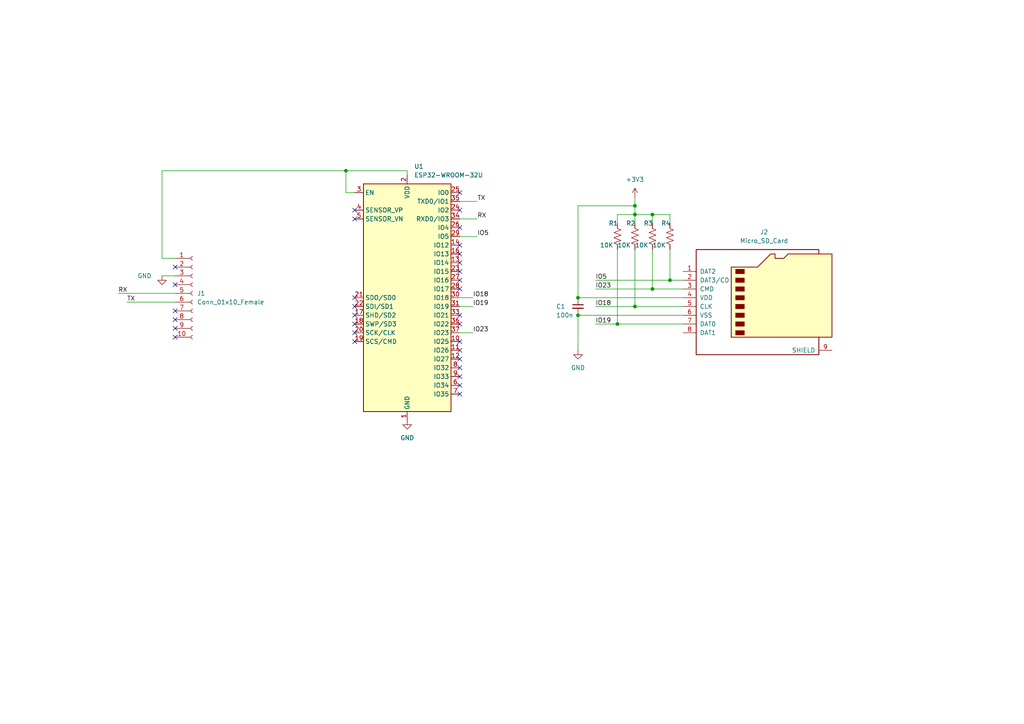
<source format=kicad_sch>
(kicad_sch (version 20211123) (generator eeschema)
  (paper "A4")
  (lib_symbols
    (symbol "Connector:Conn_01x10_Female" (pin_names (offset 1.016) hide)
      (property "Reference" "J" (at 0 12.7 0))
      (property "Value" "Conn_01x10_Female" (at 0 -15.24 0))
      (symbol "Conn_01x10_Female_1_1"
        (arc (start 0 -12.192) (mid -0.508 -12.7) (end 0 -13.208) (stroke (width 0.1524)))
        (arc (start 0 -9.652) (mid -0.508 -10.16) (end 0 -10.668) (stroke (width 0.1524)))
        (arc (start 0 -7.112) (mid -0.508 -7.62) (end 0 -8.128) (stroke (width 0.1524)))
        (arc (start 0 -4.572) (mid -0.508 -5.08) (end 0 -5.588) (stroke (width 0.1524)))
        (arc (start 0 -2.032) (mid -0.508 -2.54) (end 0 -3.048) (stroke (width 0.1524)))
        (polyline (pts (xy -1.27 -12.7) (xy -0.508 -12.7)) (stroke (width 0.1524)))
        (polyline (pts (xy -1.27 -10.16) (xy -0.508 -10.16)) (stroke (width 0.1524)))
        (polyline (pts (xy -1.27 -7.62) (xy -0.508 -7.62)) (stroke (width 0.1524)))
        (polyline (pts (xy -1.27 -5.08) (xy -0.508 -5.08)) (stroke (width 0.1524)))
        (polyline (pts (xy -1.27 -2.54) (xy -0.508 -2.54)) (stroke (width 0.1524)))
        (polyline (pts (xy -1.27 0) (xy -0.508 0)) (stroke (width 0.1524)))
        (polyline (pts (xy -1.27 2.54) (xy -0.508 2.54)) (stroke (width 0.1524)))
        (polyline (pts (xy -1.27 5.08) (xy -0.508 5.08)) (stroke (width 0.1524)))
        (polyline (pts (xy -1.27 7.62) (xy -0.508 7.62)) (stroke (width 0.1524)))
        (polyline (pts (xy -1.27 10.16) (xy -0.508 10.16)) (stroke (width 0.1524)))
        (arc (start 0 0.508) (mid -0.508 0) (end 0 -0.508) (stroke (width 0.1524)))
        (arc (start 0 3.048) (mid -0.508 2.54) (end 0 2.032) (stroke (width 0.1524)))
        (arc (start 0 5.588) (mid -0.508 5.08) (end 0 4.572) (stroke (width 0.1524)))
        (arc (start 0 8.128) (mid -0.508 7.62) (end 0 7.112) (stroke (width 0.1524)))
        (arc (start 0 10.668) (mid -0.508 10.16) (end 0 9.652) (stroke (width 0.1524)))
        (pin passive line (at -5.08 10.16 0) (length 3.81) (name "Pin_1") (number "1"))
        (pin passive line (at -5.08 -12.7 0) (length 3.81) (name "Pin_10") (number "10"))
        (pin passive line (at -5.08 7.62 0) (length 3.81) (name "Pin_2") (number "2"))
        (pin passive line (at -5.08 5.08 0) (length 3.81) (name "Pin_3") (number "3"))
        (pin passive line (at -5.08 2.54 0) (length 3.81) (name "Pin_4") (number "4"))
        (pin passive line (at -5.08 0 0) (length 3.81) (name "Pin_5") (number "5"))
        (pin passive line (at -5.08 -2.54 0) (length 3.81) (name "Pin_6") (number "6"))
        (pin passive line (at -5.08 -5.08 0) (length 3.81) (name "Pin_7") (number "7"))
        (pin passive line (at -5.08 -7.62 0) (length 3.81) (name "Pin_8") (number "8"))
        (pin passive line (at -5.08 -10.16 0) (length 3.81) (name "Pin_9") (number "9"))
      )
    )
    (symbol "Connector:Micro_SD_Card" (pin_names (offset 1.016))
      (property "Reference" "J" (at -16.51 15.24 0))
      (property "Value" "Micro_SD_Card" (at 16.51 15.24 0))
      (symbol "Micro_SD_Card_0_1"
        (rectangle (start -7.62 -9.525) (end -5.08 -10.795) (fill (type outline)))
        (rectangle (start -7.62 -6.985) (end -5.08 -8.255) (fill (type outline)))
        (rectangle (start -7.62 -4.445) (end -5.08 -5.715) (fill (type outline)))
        (rectangle (start -7.62 -1.905) (end -5.08 -3.175) (fill (type outline)))
        (rectangle (start -7.62 0.635) (end -5.08 -0.635) (fill (type outline)))
        (rectangle (start -7.62 3.175) (end -5.08 1.905) (fill (type outline)))
        (rectangle (start -7.62 5.715) (end -5.08 4.445) (fill (type outline)))
        (rectangle (start -7.62 8.255) (end -5.08 6.985) (fill (type outline)))
        (polyline (pts (xy 16.51 12.7) (xy 16.51 13.97) (xy -19.05 13.97) (xy -19.05 -16.51) (xy 16.51 -16.51) (xy 16.51 -11.43)) (stroke (width 0.254)))
        (polyline (pts (xy -8.89 -11.43) (xy -8.89 8.89) (xy -1.27 8.89) (xy 2.54 12.7) (xy 3.81 12.7) (xy 3.81 11.43) (xy 6.35 11.43) (xy 7.62 12.7) (xy 20.32 12.7) (xy 20.32 -11.43) (xy -8.89 -11.43)) (stroke (width 0.254)) (fill (type background)))
      )
      (symbol "Micro_SD_Card_1_1"
        (pin bidirectional line (at -22.86 7.62 0) (length 3.81) (name "DAT2") (number "1"))
        (pin bidirectional line (at -22.86 5.08 0) (length 3.81) (name "DAT3/CD") (number "2"))
        (pin input line (at -22.86 2.54 0) (length 3.81) (name "CMD") (number "3"))
        (pin power_in line (at -22.86 0 0) (length 3.81) (name "VDD") (number "4"))
        (pin input line (at -22.86 -2.54 0) (length 3.81) (name "CLK") (number "5"))
        (pin power_in line (at -22.86 -5.08 0) (length 3.81) (name "VSS") (number "6"))
        (pin bidirectional line (at -22.86 -7.62 0) (length 3.81) (name "DAT0") (number "7"))
        (pin bidirectional line (at -22.86 -10.16 0) (length 3.81) (name "DAT1") (number "8"))
        (pin passive line (at 20.32 -15.24 180) (length 3.81) (name "SHIELD") (number "9"))
      )
    )
    (symbol "Device:C_Small" (pin_numbers hide) (pin_names (offset 0.254) hide)
      (property "Reference" "C" (at 0.254 1.778 0))
      (property "Value" "C_Small" (at 0.254 -2.032 0))
      (symbol "C_Small_0_1"
        (polyline (pts (xy -1.524 -0.508) (xy 1.524 -0.508)) (stroke (width 0.3302)))
        (polyline (pts (xy -1.524 0.508) (xy 1.524 0.508)) (stroke (width 0.3048)))
      )
      (symbol "C_Small_1_1"
        (pin passive line (at 0 2.54 270) (length 2.032) (name "~") (number "1"))
        (pin passive line (at 0 -2.54 90) (length 2.032) (name "~") (number "2"))
      )
    )
    (symbol "Device:R_US" (pin_numbers hide) (pin_names (offset 0))
      (property "Reference" "R" (at 2.54 0 90))
      (property "Value" "R_US" (at -2.54 0 90))
      (symbol "R_US_0_1"
        (polyline (pts (xy 0 -2.286) (xy 0 -2.54)))
        (polyline (pts (xy 0 2.286) (xy 0 2.54)))
        (polyline (pts (xy 0 -0.762) (xy 1.016 -1.143) (xy 0 -1.524) (xy -1.016 -1.905) (xy 0 -2.286)))
        (polyline (pts (xy 0 0.762) (xy 1.016 0.381) (xy 0 0) (xy -1.016 -0.381) (xy 0 -0.762)))
        (polyline (pts (xy 0 2.286) (xy 1.016 1.905) (xy 0 1.524) (xy -1.016 1.143) (xy 0 0.762)))
      )
      (symbol "R_US_1_1"
        (pin passive line (at 0 3.81 270) (length 1.27) (name "~") (number "1"))
        (pin passive line (at 0 -3.81 90) (length 1.27) (name "~") (number "2"))
      )
    )
    (symbol "RF_Module:ESP32-WROOM-32U"
      (property "Reference" "U" (at -12.7 34.29 0))
      (property "Value" "ESP32-WROOM-32U" (at 1.27 34.29 0))
      (symbol "ESP32-WROOM-32U_0_1"
        (rectangle (start -12.7 33.02) (end 12.7 -33.02) (stroke (width 0.254)) (fill (type background)))
      )
      (symbol "ESP32-WROOM-32U_1_1"
        (pin power_in line (at 0 -35.56 90) (length 2.54) (name "GND") (number "1"))
        (pin bidirectional line (at 15.24 -12.7 180) (length 2.54) (name "IO25") (number "10"))
        (pin bidirectional line (at 15.24 -15.24 180) (length 2.54) (name "IO26") (number "11"))
        (pin bidirectional line (at 15.24 -17.78 180) (length 2.54) (name "IO27") (number "12"))
        (pin bidirectional line (at 15.24 10.16 180) (length 2.54) (name "IO14") (number "13"))
        (pin bidirectional line (at 15.24 15.24 180) (length 2.54) (name "IO12") (number "14"))
        (pin passive line (at 0 -35.56 90) (length 2.54) hide (name "GND") (number "15"))
        (pin bidirectional line (at 15.24 12.7 180) (length 2.54) (name "IO13") (number "16"))
        (pin bidirectional line (at -15.24 -5.08 0) (length 2.54) (name "SHD/SD2") (number "17"))
        (pin bidirectional line (at -15.24 -7.62 0) (length 2.54) (name "SWP/SD3") (number "18"))
        (pin bidirectional line (at -15.24 -12.7 0) (length 2.54) (name "SCS/CMD") (number "19"))
        (pin power_in line (at 0 35.56 270) (length 2.54) (name "VDD") (number "2"))
        (pin bidirectional line (at -15.24 -10.16 0) (length 2.54) (name "SCK/CLK") (number "20"))
        (pin bidirectional line (at -15.24 0 0) (length 2.54) (name "SDO/SD0") (number "21"))
        (pin bidirectional line (at -15.24 -2.54 0) (length 2.54) (name "SDI/SD1") (number "22"))
        (pin bidirectional line (at 15.24 7.62 180) (length 2.54) (name "IO15") (number "23"))
        (pin bidirectional line (at 15.24 25.4 180) (length 2.54) (name "IO2") (number "24"))
        (pin bidirectional line (at 15.24 30.48 180) (length 2.54) (name "IO0") (number "25"))
        (pin bidirectional line (at 15.24 20.32 180) (length 2.54) (name "IO4") (number "26"))
        (pin bidirectional line (at 15.24 5.08 180) (length 2.54) (name "IO16") (number "27"))
        (pin bidirectional line (at 15.24 2.54 180) (length 2.54) (name "IO17") (number "28"))
        (pin bidirectional line (at 15.24 17.78 180) (length 2.54) (name "IO5") (number "29"))
        (pin input line (at -15.24 30.48 0) (length 2.54) (name "EN") (number "3"))
        (pin bidirectional line (at 15.24 0 180) (length 2.54) (name "IO18") (number "30"))
        (pin bidirectional line (at 15.24 -2.54 180) (length 2.54) (name "IO19") (number "31"))
        (pin no_connect line (at -12.7 -27.94 0) (length 2.54) hide (name "NC") (number "32"))
        (pin bidirectional line (at 15.24 -5.08 180) (length 2.54) (name "IO21") (number "33"))
        (pin bidirectional line (at 15.24 22.86 180) (length 2.54) (name "RXD0/IO3") (number "34"))
        (pin bidirectional line (at 15.24 27.94 180) (length 2.54) (name "TXD0/IO1") (number "35"))
        (pin bidirectional line (at 15.24 -7.62 180) (length 2.54) (name "IO22") (number "36"))
        (pin bidirectional line (at 15.24 -10.16 180) (length 2.54) (name "IO23") (number "37"))
        (pin passive line (at 0 -35.56 90) (length 2.54) hide (name "GND") (number "38"))
        (pin passive line (at 0 -35.56 90) (length 2.54) hide (name "GND") (number "39"))
        (pin input line (at -15.24 25.4 0) (length 2.54) (name "SENSOR_VP") (number "4"))
        (pin input line (at -15.24 22.86 0) (length 2.54) (name "SENSOR_VN") (number "5"))
        (pin input line (at 15.24 -25.4 180) (length 2.54) (name "IO34") (number "6"))
        (pin input line (at 15.24 -27.94 180) (length 2.54) (name "IO35") (number "7"))
        (pin bidirectional line (at 15.24 -20.32 180) (length 2.54) (name "IO32") (number "8"))
        (pin bidirectional line (at 15.24 -22.86 180) (length 2.54) (name "IO33") (number "9"))
      )
    )
    (symbol "power:+3V3" (power) (pin_names (offset 0))
      (property "Value" "+3V3" (at 0 3.556 0))
      (symbol "+3V3_0_1"
        (polyline (pts (xy -0.762 1.27) (xy 0 2.54)))
        (polyline (pts (xy 0 0) (xy 0 2.54)))
        (polyline (pts (xy 0 2.54) (xy 0.762 1.27)))
      )
      (symbol "+3V3_1_1"
        (pin power_in line (at 0 0 90) (length 0) hide (name "+3V3") (number "1"))
      )
    )
    (symbol "power:GND" (power) (pin_names (offset 0))
      (property "Value" "GND" (at 0 -3.81 0))
      (symbol "GND_0_1"
        (polyline (pts (xy 0 0) (xy 0 -1.27) (xy 1.27 -1.27) (xy 0 -2.54) (xy -1.27 -1.27) (xy 0 -1.27)))
      )
      (symbol "GND_1_1"
        (pin power_in line (at 0 0 270) (length 0) hide (name "GND") (number "1"))
      )
    )
  )
  (junction (at 194.31 81.28))
  (junction (at 184.15 59.69))
  (junction (at 167.64 91.44))
  (junction (at 184.15 62.23))
  (junction (at 100.33 49.53))
  (junction (at 179.07 93.98))
  (junction (at 189.23 83.82))
  (junction (at 189.23 62.23))
  (junction (at 184.15 88.9))
  (junction (at 167.64 86.36))
  (no_connect (at 50.8 90.17))
  (no_connect (at 50.8 92.71))
  (no_connect (at 50.8 95.25))
  (no_connect (at 50.8 97.79))
  (no_connect (at 50.8 82.55))
  (no_connect (at 50.8 77.47))
  (no_connect (at 133.35 109.22))
  (no_connect (at 133.35 114.3))
  (no_connect (at 133.35 111.76))
  (no_connect (at 133.35 101.6))
  (no_connect (at 133.35 106.68))
  (no_connect (at 133.35 104.14))
  (no_connect (at 102.87 60.96))
  (no_connect (at 102.87 63.5))
  (no_connect (at 102.87 99.06))
  (no_connect (at 102.87 91.44))
  (no_connect (at 102.87 96.52))
  (no_connect (at 102.87 93.98))
  (no_connect (at 102.87 88.9))
  (no_connect (at 102.87 86.36))
  (no_connect (at 133.35 73.66))
  (no_connect (at 133.35 71.12))
  (no_connect (at 133.35 66.04))
  (no_connect (at 133.35 60.96))
  (no_connect (at 133.35 55.88))
  (no_connect (at 133.35 78.74))
  (no_connect (at 133.35 81.28))
  (no_connect (at 133.35 76.2))
  (no_connect (at 133.35 83.82))
  (no_connect (at 133.35 99.06))
  (no_connect (at 133.35 91.44))
  (no_connect (at 133.35 93.98))
  (wire (pts (xy 167.64 86.36) (xy 167.64 59.69)))
  (wire (pts (xy 133.35 63.5) (xy 138.43 63.5)))
  (wire (pts (xy 189.23 83.82) (xy 198.12 83.82)))
  (wire (pts (xy 194.31 81.28) (xy 198.12 81.28)))
  (wire (pts (xy 100.33 55.88) (xy 100.33 49.53)))
  (wire (pts (xy 189.23 64.77) (xy 189.23 62.23)))
  (wire (pts (xy 172.72 83.82) (xy 189.23 83.82)))
  (wire (pts (xy 137.16 86.36) (xy 133.35 86.36)))
  (wire (pts (xy 194.31 62.23) (xy 189.23 62.23)))
  (wire (pts (xy 198.12 91.44) (xy 167.64 91.44)))
  (wire (pts (xy 137.16 96.52) (xy 133.35 96.52)))
  (wire (pts (xy 118.11 49.53) (xy 118.11 50.8)))
  (wire (pts (xy 179.07 62.23) (xy 184.15 62.23)))
  (wire (pts (xy 189.23 72.39) (xy 189.23 83.82)))
  (wire (pts (xy 100.33 49.53) (xy 46.99 49.53)))
  (wire (pts (xy 184.15 62.23) (xy 189.23 62.23)))
  (wire (pts (xy 36.83 87.63) (xy 50.8 87.63)))
  (wire (pts (xy 184.15 59.69) (xy 184.15 62.23)))
  (wire (pts (xy 46.99 80.01) (xy 50.8 80.01)))
  (wire (pts (xy 179.07 72.39) (xy 179.07 93.98)))
  (wire (pts (xy 184.15 88.9) (xy 198.12 88.9)))
  (wire (pts (xy 133.35 58.42) (xy 138.43 58.42)))
  (wire (pts (xy 194.31 72.39) (xy 194.31 81.28)))
  (wire (pts (xy 167.64 91.44) (xy 167.64 101.6)))
  (wire (pts (xy 137.16 88.9) (xy 133.35 88.9)))
  (wire (pts (xy 102.87 55.88) (xy 100.33 55.88)))
  (wire (pts (xy 194.31 64.77) (xy 194.31 62.23)))
  (wire (pts (xy 172.72 93.98) (xy 179.07 93.98)))
  (wire (pts (xy 46.99 49.53) (xy 46.99 74.93)))
  (wire (pts (xy 172.72 81.28) (xy 194.31 81.28)))
  (wire (pts (xy 184.15 72.39) (xy 184.15 88.9)))
  (wire (pts (xy 34.29 85.09) (xy 50.8 85.09)))
  (wire (pts (xy 167.64 59.69) (xy 184.15 59.69)))
  (wire (pts (xy 179.07 93.98) (xy 198.12 93.98)))
  (wire (pts (xy 172.72 88.9) (xy 184.15 88.9)))
  (wire (pts (xy 138.43 68.58) (xy 133.35 68.58)))
  (wire (pts (xy 184.15 57.15) (xy 184.15 59.69)))
  (wire (pts (xy 184.15 62.23) (xy 184.15 64.77)))
  (wire (pts (xy 100.33 49.53) (xy 118.11 49.53)))
  (wire (pts (xy 198.12 86.36) (xy 167.64 86.36)))
  (wire (pts (xy 179.07 64.77) (xy 179.07 62.23)))
  (wire (pts (xy 46.99 74.93) (xy 50.8 74.93)))
  (label "TX" (at 36.83 87.63 0))
  (label "TX" (at 138.43 58.42 0))
  (label "IO23" (at 137.16 96.52 0))
  (label "RX" (at 138.43 63.5 0))
  (label "IO5" (at 138.43 68.58 0))
  (label "IO19" (at 137.16 88.9 0))
  (label "IO5" (at 172.72 81.28 0))
  (label "RX" (at 34.29 85.09 0))
  (label "IO19" (at 172.72 93.98 0))
  (label "IO18" (at 172.72 88.9 0))
  (label "IO18" (at 137.16 86.36 0))
  (label "IO23" (at 172.72 83.82 0))
  (symbol (lib_id "Device:R_US") (at 184.15 68.58 0) (unit 1)
    (property "Reference" "R2" (at 181.61 64.77 0) (effects (justify left)))
    (property "Value" "10K" (at 179.07 71.12 0) (effects (justify left)))
    (property "Footprint" "Resistor_SMD:R_0805_2012Metric" (effects hide))
  )
  (symbol (lib_id "Connector:Conn_01x10_Female") (at 55.88 85.09 0) (unit 1)
    (property "Reference" "J1" (at 57.15 85.0899 0) (effects (justify left)))
    (property "Value" "Conn_01x10_Female" (at 57.15 87.6299 0) (effects (justify left)))
    (property "Footprint" "Connector_PinHeader_1.27mm:PinHeader_1x10_P1.27mm_Vertical" (effects hide))
  )
  (symbol (lib_id "power:GND") (at 118.11 121.92 0) (unit 1)
    (property "Reference" "#PWR0102" (effects hide))
    (property "Value" "GND" (at 118.11 127 0))
  )
  (symbol (lib_id "RF_Module:ESP32-WROOM-32U") (at 118.11 86.36 0) (unit 1)
    (property "Reference" "U1" (at 120.1294 48.26 0) (effects (justify left)))
    (property "Value" "ESP32-WROOM-32U" (at 120.1294 50.8 0) (effects (justify left)))
    (property "Footprint" "RF_Module:ESP32-WROOM-32U" (effects hide))
    (property "Datasheet" "https://www.espressif.com/sites/default/files/documentation/esp32-wroom-32d_esp32-wroom-32u_datasheet_en.pdf" (effects hide))
  )
  (symbol (lib_id "power:+3V3") (at 184.15 57.15 0) (unit 1)
    (property "Reference" "#PWR0101" (effects hide))
    (property "Value" "+3V3" (at 184.15 52.07 0))
  )
  (symbol (lib_id "Device:R_US") (at 179.07 68.58 0) (unit 1)
    (property "Reference" "R1" (at 176.53 64.77 0) (effects (justify left)))
    (property "Value" "10K" (at 173.99 71.12 0) (effects (justify left)))
    (property "Footprint" "Resistor_SMD:R_0805_2012Metric" (effects hide))
  )
  (symbol (lib_id "Device:R_US") (at 194.31 68.58 0) (unit 1)
    (property "Reference" "R4" (at 191.77 64.77 0) (effects (justify left)))
    (property "Value" "10K" (at 189.23 71.12 0) (effects (justify left)))
    (property "Footprint" "Resistor_SMD:R_0805_2012Metric" (effects hide))
  )
  (symbol (lib_id "power:GND") (at 167.64 101.6 0) (unit 1)
    (property "Reference" "#PWR0103" (effects hide))
    (property "Value" "GND" (at 167.64 106.68 0))
  )
  (symbol (lib_id "Device:R_US") (at 189.23 68.58 0) (unit 1)
    (property "Reference" "R3" (at 186.69 64.77 0) (effects (justify left)))
    (property "Value" "10K" (at 184.15 71.12 0) (effects (justify left)))
    (property "Footprint" "Resistor_SMD:R_0805_2012Metric" (effects hide))
  )
  (symbol (lib_id "power:GND") (at 46.99 80.01 0) (unit 1)
    (property "Reference" "#PWR0104" (effects hide))
    (property "Value" "GND" (at 41.91 80.01 0))
  )
  (symbol (lib_id "Connector:Micro_SD_Card") (at 220.98 86.36 0) (unit 1)
    (property "Reference" "J2" (at 221.615 67.31 0))
    (property "Value" "Micro_SD_Card" (at 221.615 69.85 0))
    (property "Datasheet" "http://katalog.we-online.de/em/datasheet/693072010801.pdf" (effects hide))
  )
  (symbol (lib_id "Device:C_Small") (at 167.64 88.9 0) (unit 1)
    (property "Reference" "C1" (at 161.29 88.9 0) (effects (justify left)))
    (property "Value" "100n" (at 161.29 91.44 0) (effects (justify left)))
    (property "Footprint" "Capacitor_SMD:C_0805_2012Metric" (effects hide))
  )
)
</source>
